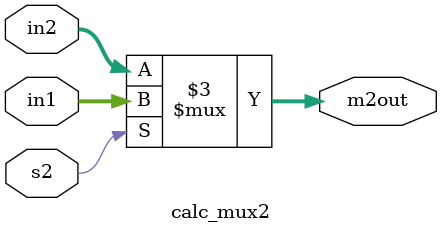
<source format=v>
`timescale 1ns / 1ps

module calc_mux2(in1, in2, s2, m2out);
input [3:0] in1, in2;
input s2;
output reg [3:0] m2out;
always @ (in1, in2, s2)
begin
if (s2)
m2out = in1;
else
m2out = in2;
end
endmodule

</source>
